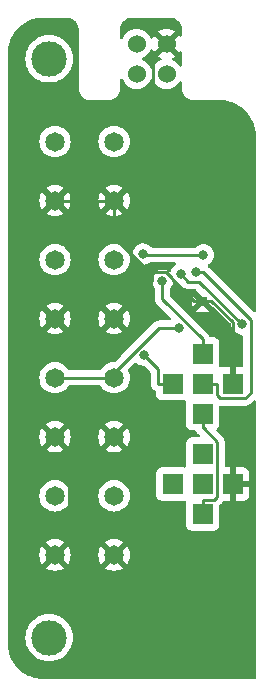
<source format=gbl>
%TF.GenerationSoftware,KiCad,Pcbnew,7.0.9*%
%TF.CreationDate,2024-03-19T13:31:30+09:00*%
%TF.ProjectId,rubis2,72756269-7332-42e6-9b69-6361645f7063,rev?*%
%TF.SameCoordinates,Original*%
%TF.FileFunction,Copper,L2,Bot*%
%TF.FilePolarity,Positive*%
%FSLAX46Y46*%
G04 Gerber Fmt 4.6, Leading zero omitted, Abs format (unit mm)*
G04 Created by KiCad (PCBNEW 7.0.9) date 2024-03-19 13:31:30*
%MOMM*%
%LPD*%
G01*
G04 APERTURE LIST*
%TA.AperFunction,ComponentPad*%
%ADD10C,1.650000*%
%TD*%
%TA.AperFunction,ComponentPad*%
%ADD11R,1.800000X1.800000*%
%TD*%
%TA.AperFunction,ComponentPad*%
%ADD12C,3.000000*%
%TD*%
%TA.AperFunction,ComponentPad*%
%ADD13C,1.524000*%
%TD*%
%TA.AperFunction,ComponentPad*%
%ADD14R,0.800000X0.800000*%
%TD*%
%TA.AperFunction,ViaPad*%
%ADD15C,0.800000*%
%TD*%
%TA.AperFunction,Conductor*%
%ADD16C,0.250000*%
%TD*%
%ADD17C,0.350000*%
%ADD18C,0.300000*%
G04 APERTURE END LIST*
D10*
%TO.P,J1,1_1,1_1*%
%TO.N,Net-(A1-AIN0)*%
X196000000Y-83500000D03*
%TO.P,J1,1_2,1_2*%
X191000000Y-83500000D03*
%TO.P,J1,2_1,2_1*%
%TO.N,GND*%
X196000000Y-88500000D03*
%TO.P,J1,2_2,2_2*%
X191000000Y-88500000D03*
%TO.P,J1,3_1,3_1*%
%TO.N,Net-(A1-AIN1)*%
X196000000Y-93500000D03*
%TO.P,J1,3_2,3_2*%
X191000000Y-93500000D03*
%TO.P,J1,4_1,4_1*%
%TO.N,GND*%
X196000000Y-98500000D03*
%TO.P,J1,4_2,4_2*%
X191000000Y-98500000D03*
%TO.P,J1,5_1,5_1*%
%TO.N,Net-(A1-AIN2)*%
X196000000Y-103500000D03*
%TO.P,J1,5_2,5_2*%
X191000000Y-103500000D03*
%TO.P,J1,6_1,6_1*%
%TO.N,GND*%
X196000000Y-108500000D03*
%TO.P,J1,6_2,6_2*%
X191000000Y-108500000D03*
%TO.P,J1,7_1,7_1*%
%TO.N,Net-(A1-AIN3)*%
X196000000Y-113500000D03*
%TO.P,J1,7_2,7_2*%
X191000000Y-113500000D03*
%TO.P,J1,8_1,8_1*%
%TO.N,GND*%
X196000000Y-118500000D03*
%TO.P,J1,8_2,8_2*%
X191000000Y-118500000D03*
%TD*%
D11*
%TO.P,S2,1,Address*%
%TO.N,Net-(A1-A1)*%
X203500000Y-112500000D03*
%TO.P,S2,2,GND*%
%TO.N,GND*%
X206040000Y-112500000D03*
%TO.P,S2,3,VDD*%
%TO.N,+5V*%
X203500000Y-115040000D03*
%TO.P,S2,4,SDA*%
%TO.N,Net-(A1-SDA)*%
X200960000Y-112500000D03*
%TO.P,S2,5,SCL*%
%TO.N,Net-(A1-SCL)*%
X203500000Y-109960000D03*
%TD*%
D12*
%TO.P,REF1,*%
%TO.N,*%
X190500000Y-76500000D03*
%TD*%
D13*
%TO.P,U1,3,SDA*%
%TO.N,Net-(A1-SDA)*%
X197910000Y-77770000D03*
%TO.P,U1,4,5V*%
%TO.N,+5V*%
X197910000Y-75230000D03*
%TO.P,U1,5,SCL*%
%TO.N,Net-(A1-SCL)*%
X200450000Y-77770000D03*
%TO.P,U1,6,GND*%
%TO.N,GND*%
X200450000Y-75230000D03*
%TD*%
D14*
%TO.P,A1,17,Thermal_pad*%
%TO.N,GND*%
X203500000Y-97000000D03*
%TD*%
D11*
%TO.P,S1,1,Address*%
%TO.N,Net-(A1-A0)*%
X203500000Y-104000000D03*
%TO.P,S1,2,GND*%
%TO.N,GND*%
X206040000Y-104000000D03*
%TO.P,S1,3,VDD*%
%TO.N,+5V*%
X203500000Y-106540000D03*
%TO.P,S1,4,SDA*%
%TO.N,Net-(A1-SDA)*%
X200960000Y-104000000D03*
%TO.P,S1,5,SCL*%
%TO.N,Net-(A1-SCL)*%
X203500000Y-101460000D03*
%TD*%
D12*
%TO.P,REF2,*%
%TO.N,*%
X190500000Y-125500000D03*
%TD*%
D15*
%TO.N,Net-(A1-A1)*%
X206829000Y-98959600D03*
X201650000Y-94738500D03*
%TO.N,Net-(A1-A0)*%
X202946000Y-94588500D03*
%TO.N,Net-(A1-SCL)*%
X200090000Y-95274200D03*
%TO.N,Net-(A1-SDA)*%
X198534000Y-101599000D03*
X198465000Y-93027600D03*
X203568000Y-93107000D03*
%TO.N,Net-(A1-AIN2)*%
X201495000Y-99278300D03*
%TO.N,GND*%
X204000000Y-85198700D03*
%TD*%
D16*
%TO.N,Net-(A1-A1)*%
X203223000Y-95353000D02*
X206829000Y-98959600D01*
X202264000Y-95353000D02*
X203223000Y-95353000D01*
X201650000Y-94738500D02*
X202264000Y-95353000D01*
%TO.N,Net-(A1-A0)*%
X204727000Y-104000000D02*
X203500000Y-104000000D01*
X204727000Y-104997000D02*
X204727000Y-104000000D01*
X204957000Y-105227000D02*
X204727000Y-104997000D01*
X207119000Y-105227000D02*
X204957000Y-105227000D01*
X207556000Y-104790000D02*
X207119000Y-105227000D01*
X207556000Y-98588100D02*
X207556000Y-104790000D01*
X203557000Y-94588500D02*
X207556000Y-98588100D01*
X202946000Y-94588500D02*
X203557000Y-94588500D01*
%TO.N,Net-(A1-SCL)*%
X203500000Y-100233000D02*
X203500000Y-101460000D01*
X200090000Y-96822900D02*
X203500000Y-100233000D01*
X200090000Y-95274200D02*
X200090000Y-96822900D01*
%TO.N,Net-(A1-SDA)*%
X198544000Y-93107000D02*
X203568000Y-93107000D01*
X198465000Y-93027600D02*
X198544000Y-93107000D01*
X199733000Y-102798000D02*
X198534000Y-101599000D01*
X199733000Y-104000000D02*
X199733000Y-102798000D01*
X200960000Y-104000000D02*
X199733000Y-104000000D01*
%TO.N,Net-(A1-AIN2)*%
X191000000Y-103500000D02*
X196000000Y-103500000D01*
X199826000Y-99278300D02*
X201495000Y-99278300D01*
X196000000Y-103105000D02*
X199826000Y-99278300D01*
X196000000Y-103500000D02*
X196000000Y-103105000D01*
%TO.N,+5V*%
X203500000Y-113813000D02*
X203500000Y-115040000D01*
X204497000Y-113813000D02*
X203500000Y-113813000D01*
X204727000Y-113583000D02*
X204497000Y-113813000D01*
X204727000Y-108917000D02*
X204727000Y-113583000D01*
X203577000Y-107767000D02*
X204727000Y-108917000D01*
X203500000Y-107767000D02*
X203577000Y-107767000D01*
X203500000Y-106540000D02*
X203500000Y-107767000D01*
%TO.N,GND*%
X191000000Y-88500000D02*
X196000000Y-88500000D01*
X192172000Y-117328000D02*
X191000000Y-118500000D01*
X196000000Y-91597700D02*
X199176000Y-94774100D01*
X196000000Y-88500000D02*
X196000000Y-91597700D01*
X192172000Y-109672000D02*
X191000000Y-108500000D01*
X192172000Y-117328000D02*
X192172000Y-109672000D01*
X199331000Y-85168800D02*
X196000000Y-88500000D01*
X203970000Y-85168800D02*
X204000000Y-85198700D01*
X199331000Y-85168800D02*
X203970000Y-85168800D01*
X204227000Y-97000000D02*
X203500000Y-97000000D01*
X206040000Y-98813100D02*
X204227000Y-97000000D01*
X206040000Y-104000000D02*
X206040000Y-98813100D01*
X199331000Y-76348800D02*
X199331000Y-85168800D01*
X200450000Y-75230000D02*
X199331000Y-76348800D01*
X194828000Y-117328000D02*
X192172000Y-117328000D01*
X196000000Y-118500000D02*
X194828000Y-117328000D01*
X199176000Y-95323600D02*
X196000000Y-98500000D01*
X199176000Y-94774100D02*
X199176000Y-95323600D01*
X199423000Y-94527200D02*
X199176000Y-94774100D01*
X200374000Y-94527200D02*
X199423000Y-94527200D01*
X200894000Y-95047300D02*
X200374000Y-94527200D01*
X200894000Y-95121300D02*
X200894000Y-95047300D01*
X202773000Y-97000000D02*
X200894000Y-95121300D01*
X203500000Y-97000000D02*
X202773000Y-97000000D01*
%TD*%
%TA.AperFunction,Conductor*%
%TO.N,GND*%
G36*
X192002695Y-73000735D02*
G01*
X192045519Y-73004482D01*
X192171771Y-73016918D01*
X192191685Y-73020541D01*
X192258349Y-73038403D01*
X192351570Y-73066682D01*
X192367971Y-73072958D01*
X192435411Y-73104406D01*
X192438375Y-73105888D01*
X192450596Y-73112420D01*
X192522327Y-73150762D01*
X192528667Y-73154657D01*
X192594828Y-73200983D01*
X192598600Y-73203844D01*
X192670808Y-73263103D01*
X192675309Y-73267182D01*
X192732815Y-73324688D01*
X192736895Y-73329190D01*
X192796154Y-73401398D01*
X192799015Y-73405170D01*
X192845341Y-73471331D01*
X192849236Y-73477671D01*
X192894101Y-73561605D01*
X192895614Y-73564631D01*
X192927040Y-73632027D01*
X192933319Y-73648435D01*
X192961601Y-73741669D01*
X192979454Y-73808299D01*
X192983082Y-73828238D01*
X192995523Y-73954554D01*
X192999264Y-73997302D01*
X192999500Y-74002710D01*
X192999500Y-79087534D01*
X193029898Y-79259937D01*
X193089775Y-79424446D01*
X193177309Y-79576057D01*
X193289836Y-79710163D01*
X193423942Y-79822690D01*
X193423943Y-79822691D01*
X193423945Y-79822692D01*
X193575555Y-79910225D01*
X193740062Y-79970101D01*
X193912468Y-80000500D01*
X193912472Y-80000500D01*
X195587528Y-80000500D01*
X195587532Y-80000500D01*
X195759938Y-79970101D01*
X195924445Y-79910225D01*
X196076055Y-79822692D01*
X196210163Y-79710163D01*
X196322692Y-79576055D01*
X196410225Y-79424445D01*
X196470101Y-79259938D01*
X196500500Y-79087532D01*
X196500500Y-79000000D01*
X196500500Y-78999500D01*
X196500500Y-78293975D01*
X196520185Y-78226936D01*
X196572989Y-78181181D01*
X196642147Y-78171237D01*
X196705703Y-78200262D01*
X196736882Y-78241571D01*
X196812464Y-78403658D01*
X196812468Y-78403666D01*
X196939170Y-78584615D01*
X196939175Y-78584621D01*
X197095378Y-78740824D01*
X197095384Y-78740829D01*
X197276333Y-78867531D01*
X197276335Y-78867532D01*
X197276338Y-78867534D01*
X197476550Y-78960894D01*
X197689932Y-79018070D01*
X197847123Y-79031822D01*
X197909998Y-79037323D01*
X197910000Y-79037323D01*
X197910002Y-79037323D01*
X197965017Y-79032509D01*
X198130068Y-79018070D01*
X198343450Y-78960894D01*
X198543662Y-78867534D01*
X198724620Y-78740826D01*
X198880826Y-78584620D01*
X199007534Y-78403662D01*
X199067618Y-78274811D01*
X199113790Y-78222371D01*
X199180983Y-78203219D01*
X199247865Y-78223435D01*
X199292382Y-78274811D01*
X199352464Y-78403658D01*
X199352468Y-78403666D01*
X199479170Y-78584615D01*
X199479175Y-78584621D01*
X199635378Y-78740824D01*
X199635384Y-78740829D01*
X199816333Y-78867531D01*
X199816335Y-78867532D01*
X199816338Y-78867534D01*
X200016550Y-78960894D01*
X200229932Y-79018070D01*
X200387123Y-79031822D01*
X200449998Y-79037323D01*
X200450000Y-79037323D01*
X200450002Y-79037323D01*
X200505017Y-79032509D01*
X200670068Y-79018070D01*
X200883450Y-78960894D01*
X201083662Y-78867534D01*
X201264620Y-78740826D01*
X201420826Y-78584620D01*
X201523925Y-78437378D01*
X201578502Y-78393754D01*
X201648000Y-78386560D01*
X201710355Y-78418083D01*
X201745769Y-78478312D01*
X201749500Y-78508502D01*
X201749500Y-79087534D01*
X201779898Y-79259937D01*
X201839775Y-79424446D01*
X201927309Y-79576057D01*
X202039836Y-79710163D01*
X202173942Y-79822690D01*
X202173943Y-79822691D01*
X202173945Y-79822692D01*
X202325555Y-79910225D01*
X202490062Y-79970101D01*
X202662468Y-80000500D01*
X202749901Y-80000500D01*
X204826373Y-80000500D01*
X204832204Y-80002212D01*
X204873407Y-80000565D01*
X204876635Y-80000520D01*
X204914329Y-80000975D01*
X205005110Y-80002074D01*
X205201462Y-80005206D01*
X205207813Y-80005636D01*
X205362628Y-80024241D01*
X205533201Y-80046737D01*
X205538996Y-80047786D01*
X205695786Y-80084018D01*
X205858204Y-80124849D01*
X205863418Y-80126408D01*
X206017476Y-80179968D01*
X206172545Y-80238597D01*
X206177070Y-80240519D01*
X206325634Y-80310840D01*
X206472243Y-80386542D01*
X206476123Y-80388728D01*
X206616964Y-80474998D01*
X206753634Y-80566867D01*
X206756902Y-80569222D01*
X206886818Y-80669444D01*
X206889220Y-80671395D01*
X207013261Y-80777364D01*
X207015908Y-80779760D01*
X207134398Y-80893416D01*
X207136891Y-80895949D01*
X207180369Y-80942748D01*
X207247925Y-81015464D01*
X207249974Y-81017783D01*
X207355528Y-81143425D01*
X207358028Y-81146607D01*
X207455509Y-81279337D01*
X207547535Y-81416416D01*
X207549917Y-81420261D01*
X207631653Y-81563586D01*
X207708062Y-81709029D01*
X207710207Y-81713544D01*
X207775228Y-81866006D01*
X207835151Y-82017689D01*
X207836936Y-82022865D01*
X207884488Y-82183425D01*
X207927207Y-82338543D01*
X207928511Y-82344350D01*
X207958088Y-82513844D01*
X207983111Y-82667689D01*
X207983812Y-82674079D01*
X207995115Y-82870129D01*
X208002013Y-82998336D01*
X208002102Y-83001671D01*
X208001262Y-97849384D01*
X207981574Y-97916422D01*
X207928767Y-97962174D01*
X207859608Y-97972114D01*
X207796054Y-97943085D01*
X207789574Y-97937052D01*
X207383753Y-97531170D01*
X204057807Y-94204726D01*
X204047976Y-94192452D01*
X204047758Y-94192633D01*
X204042784Y-94186620D01*
X203992378Y-94139287D01*
X203971509Y-94118414D01*
X203971508Y-94118413D01*
X203971506Y-94118411D01*
X203966000Y-94114139D01*
X203961552Y-94110339D01*
X203958279Y-94107265D01*
X203922896Y-94047017D01*
X203925702Y-93977204D01*
X203965807Y-93919990D01*
X203992738Y-93903613D01*
X204020730Y-93891151D01*
X204173871Y-93779888D01*
X204300533Y-93639216D01*
X204395179Y-93475284D01*
X204453674Y-93295256D01*
X204473460Y-93107000D01*
X204453674Y-92918744D01*
X204395179Y-92738716D01*
X204300533Y-92574784D01*
X204173871Y-92434112D01*
X204173870Y-92434111D01*
X204020734Y-92322851D01*
X204020729Y-92322848D01*
X203847807Y-92245857D01*
X203847802Y-92245855D01*
X203702001Y-92214865D01*
X203662646Y-92206500D01*
X203473354Y-92206500D01*
X203440897Y-92213398D01*
X203288197Y-92245855D01*
X203288192Y-92245857D01*
X203115270Y-92322848D01*
X203115265Y-92322851D01*
X202962130Y-92434110D01*
X202962126Y-92434114D01*
X202956400Y-92440474D01*
X202896913Y-92477121D01*
X202864252Y-92481500D01*
X199240240Y-92481500D01*
X199173201Y-92461815D01*
X199148090Y-92440472D01*
X199142363Y-92434112D01*
X199070871Y-92354712D01*
X199070870Y-92354711D01*
X199070864Y-92354706D01*
X198917734Y-92243451D01*
X198917729Y-92243448D01*
X198744807Y-92166457D01*
X198744802Y-92166455D01*
X198599001Y-92135465D01*
X198559646Y-92127100D01*
X198370354Y-92127100D01*
X198337897Y-92133998D01*
X198185197Y-92166455D01*
X198185192Y-92166457D01*
X198012270Y-92243448D01*
X198012265Y-92243451D01*
X197859129Y-92354711D01*
X197732466Y-92495385D01*
X197637821Y-92659315D01*
X197637818Y-92659322D01*
X197579327Y-92839340D01*
X197579326Y-92839344D01*
X197559540Y-93027600D01*
X197579326Y-93215856D01*
X197579327Y-93215859D01*
X197637818Y-93395877D01*
X197637821Y-93395884D01*
X197732467Y-93559816D01*
X197859129Y-93700488D01*
X198012265Y-93811748D01*
X198012270Y-93811751D01*
X198185192Y-93888742D01*
X198185197Y-93888744D01*
X198370354Y-93928100D01*
X198370355Y-93928100D01*
X198559644Y-93928100D01*
X198559646Y-93928100D01*
X198744803Y-93888744D01*
X198917730Y-93811751D01*
X198961586Y-93779888D01*
X198994215Y-93756182D01*
X199060021Y-93732702D01*
X199067100Y-93732500D01*
X201120986Y-93732500D01*
X201188025Y-93752185D01*
X201233780Y-93804989D01*
X201243724Y-93874147D01*
X201214699Y-93937703D01*
X201193871Y-93956818D01*
X201044129Y-94065611D01*
X200917466Y-94206285D01*
X200822821Y-94370215D01*
X200822819Y-94370219D01*
X200790568Y-94469478D01*
X200751130Y-94527153D01*
X200686771Y-94554351D01*
X200617925Y-94542436D01*
X200599752Y-94531477D01*
X200542734Y-94490051D01*
X200542729Y-94490048D01*
X200369807Y-94413057D01*
X200369802Y-94413055D01*
X200224001Y-94382065D01*
X200184646Y-94373700D01*
X199995354Y-94373700D01*
X199962897Y-94380598D01*
X199810197Y-94413055D01*
X199810192Y-94413057D01*
X199637270Y-94490048D01*
X199637265Y-94490051D01*
X199484129Y-94601311D01*
X199357466Y-94741985D01*
X199262821Y-94905915D01*
X199262818Y-94905922D01*
X199204327Y-95085940D01*
X199204326Y-95085944D01*
X199184540Y-95274200D01*
X199204326Y-95462456D01*
X199204327Y-95462459D01*
X199262818Y-95642477D01*
X199262821Y-95642484D01*
X199357467Y-95806416D01*
X199400772Y-95854510D01*
X199432650Y-95889915D01*
X199462880Y-95952906D01*
X199464500Y-95972887D01*
X199464500Y-96740152D01*
X199462776Y-96755768D01*
X199463062Y-96755796D01*
X199462327Y-96763558D01*
X199464500Y-96832715D01*
X199464500Y-96862243D01*
X199464501Y-96862260D01*
X199465367Y-96869123D01*
X199465825Y-96874943D01*
X199467288Y-96921517D01*
X199472879Y-96940761D01*
X199476822Y-96959805D01*
X199479334Y-96979685D01*
X199479335Y-96979691D01*
X199496491Y-97023024D01*
X199498383Y-97028551D01*
X199511379Y-97073283D01*
X199521582Y-97090538D01*
X199530135Y-97107997D01*
X199537514Y-97126632D01*
X199537516Y-97126635D01*
X199564901Y-97164328D01*
X199568109Y-97169212D01*
X199591825Y-97209315D01*
X199605990Y-97223480D01*
X199618626Y-97238275D01*
X199630402Y-97254484D01*
X199630405Y-97254487D01*
X199666296Y-97284177D01*
X199670620Y-97288112D01*
X200373279Y-97990791D01*
X200769523Y-98387047D01*
X200823595Y-98441120D01*
X200857079Y-98502444D01*
X200852093Y-98572135D01*
X200810221Y-98628068D01*
X200744756Y-98652484D01*
X200735912Y-98652800D01*
X199908706Y-98652800D01*
X199893067Y-98651074D01*
X199893041Y-98651356D01*
X199885268Y-98650621D01*
X199816164Y-98652800D01*
X199786649Y-98652800D01*
X199782703Y-98653298D01*
X199779727Y-98653674D01*
X199773927Y-98654130D01*
X199751699Y-98654831D01*
X199727322Y-98655599D01*
X199727310Y-98655601D01*
X199708107Y-98661181D01*
X199689056Y-98665127D01*
X199669218Y-98667634D01*
X199669203Y-98667637D01*
X199625850Y-98684802D01*
X199620329Y-98686692D01*
X199575554Y-98699706D01*
X199558337Y-98709889D01*
X199540868Y-98718448D01*
X199522267Y-98725814D01*
X199484540Y-98753223D01*
X199479662Y-98756428D01*
X199439535Y-98780164D01*
X199425391Y-98794310D01*
X199410596Y-98806947D01*
X199394413Y-98818705D01*
X199394409Y-98818709D01*
X199364688Y-98854634D01*
X199360760Y-98858952D01*
X198313268Y-99906636D01*
X196602334Y-101617884D01*
X196087202Y-102133110D01*
X196025882Y-102166601D01*
X196005379Y-102168806D01*
X196005393Y-102168965D01*
X195768955Y-102189650D01*
X195768948Y-102189651D01*
X195544917Y-102249681D01*
X195334718Y-102347699D01*
X195334714Y-102347701D01*
X195144735Y-102480726D01*
X195144729Y-102480731D01*
X194980731Y-102644729D01*
X194980726Y-102644735D01*
X194856869Y-102821623D01*
X194802292Y-102865248D01*
X194755294Y-102874500D01*
X192244706Y-102874500D01*
X192177667Y-102854815D01*
X192143131Y-102821623D01*
X192019273Y-102644735D01*
X192019268Y-102644729D01*
X191855269Y-102480730D01*
X191751226Y-102407878D01*
X191665282Y-102347699D01*
X191455079Y-102249680D01*
X191455076Y-102249679D01*
X191455074Y-102249678D01*
X191231051Y-102189651D01*
X191231044Y-102189650D01*
X191000002Y-102169437D01*
X190999998Y-102169437D01*
X190768955Y-102189650D01*
X190768948Y-102189651D01*
X190544917Y-102249681D01*
X190334718Y-102347699D01*
X190334714Y-102347701D01*
X190144735Y-102480726D01*
X190144729Y-102480731D01*
X189980731Y-102644729D01*
X189980726Y-102644735D01*
X189847701Y-102834714D01*
X189847699Y-102834718D01*
X189749681Y-103044917D01*
X189689651Y-103268948D01*
X189689650Y-103268955D01*
X189669437Y-103499998D01*
X189669437Y-103500001D01*
X189689650Y-103731044D01*
X189689651Y-103731051D01*
X189749678Y-103955074D01*
X189749679Y-103955076D01*
X189749680Y-103955079D01*
X189847699Y-104165282D01*
X189980730Y-104355269D01*
X190144731Y-104519270D01*
X190334718Y-104652301D01*
X190544921Y-104750320D01*
X190768950Y-104810349D01*
X190933985Y-104824787D01*
X190999998Y-104830563D01*
X191000000Y-104830563D01*
X191000002Y-104830563D01*
X191057762Y-104825509D01*
X191231050Y-104810349D01*
X191455079Y-104750320D01*
X191665282Y-104652301D01*
X191855269Y-104519270D01*
X192019270Y-104355269D01*
X192143132Y-104178375D01*
X192197709Y-104134751D01*
X192244707Y-104125500D01*
X194755293Y-104125500D01*
X194822332Y-104145185D01*
X194856866Y-104178374D01*
X194980730Y-104355269D01*
X195144731Y-104519270D01*
X195334718Y-104652301D01*
X195544921Y-104750320D01*
X195768950Y-104810349D01*
X195933985Y-104824787D01*
X195999998Y-104830563D01*
X196000000Y-104830563D01*
X196000002Y-104830563D01*
X196057762Y-104825509D01*
X196231050Y-104810349D01*
X196455079Y-104750320D01*
X196665282Y-104652301D01*
X196855269Y-104519270D01*
X197019270Y-104355269D01*
X197152301Y-104165282D01*
X197250320Y-103955079D01*
X197310349Y-103731050D01*
X197330563Y-103500000D01*
X197310349Y-103268950D01*
X197250320Y-103044921D01*
X197189766Y-102915064D01*
X197179275Y-102845989D01*
X197207795Y-102782205D01*
X197214451Y-102774997D01*
X197735914Y-102253438D01*
X197797232Y-102219949D01*
X197866924Y-102224927D01*
X197915750Y-102258140D01*
X197928128Y-102271887D01*
X197928129Y-102271888D01*
X198081265Y-102383148D01*
X198081270Y-102383151D01*
X198254192Y-102460142D01*
X198254197Y-102460144D01*
X198439354Y-102499500D01*
X198498548Y-102499500D01*
X198565587Y-102519185D01*
X198586229Y-102535819D01*
X199071181Y-103020771D01*
X199104666Y-103082094D01*
X199107500Y-103108452D01*
X199107500Y-103929152D01*
X199105305Y-103952379D01*
X199103773Y-103960412D01*
X199107378Y-104017724D01*
X199107500Y-104021595D01*
X199107500Y-104039356D01*
X199109725Y-104056968D01*
X199110091Y-104060843D01*
X199113696Y-104118138D01*
X199116222Y-104125914D01*
X199121309Y-104148672D01*
X199122334Y-104156784D01*
X199122336Y-104156792D01*
X199143469Y-104210170D01*
X199144788Y-104213833D01*
X199162532Y-104268440D01*
X199166907Y-104275333D01*
X199177503Y-104296129D01*
X199180511Y-104303726D01*
X199180513Y-104303731D01*
X199214265Y-104350187D01*
X199216455Y-104353409D01*
X199247213Y-104401876D01*
X199253164Y-104407464D01*
X199268604Y-104424978D01*
X199273403Y-104431585D01*
X199317647Y-104468187D01*
X199320567Y-104470761D01*
X199362418Y-104510062D01*
X199369578Y-104513998D01*
X199388879Y-104527114D01*
X199395177Y-104532324D01*
X199395178Y-104532324D01*
X199395179Y-104532325D01*
X199447125Y-104556769D01*
X199450579Y-104558528D01*
X199475688Y-104572332D01*
X199495239Y-104583081D01*
X199544502Y-104632628D01*
X199559500Y-104691742D01*
X199559500Y-104947869D01*
X199559501Y-104947876D01*
X199565908Y-105007483D01*
X199616202Y-105142328D01*
X199616206Y-105142335D01*
X199702452Y-105257544D01*
X199702455Y-105257547D01*
X199817664Y-105343793D01*
X199817671Y-105343797D01*
X199952517Y-105394091D01*
X199952516Y-105394091D01*
X199959444Y-105394835D01*
X200012127Y-105400500D01*
X201907872Y-105400499D01*
X201967483Y-105394091D01*
X201967484Y-105394090D01*
X201969592Y-105393864D01*
X202038352Y-105406271D01*
X202089488Y-105453881D01*
X202106767Y-105521581D01*
X202106136Y-105530408D01*
X202105909Y-105532516D01*
X202105909Y-105532517D01*
X202099500Y-105592127D01*
X202099500Y-105592131D01*
X202099500Y-105592132D01*
X202099500Y-107487870D01*
X202099501Y-107487876D01*
X202105908Y-107547483D01*
X202156202Y-107682328D01*
X202156206Y-107682335D01*
X202242452Y-107797544D01*
X202242455Y-107797547D01*
X202357664Y-107883793D01*
X202357671Y-107883797D01*
X202402618Y-107900561D01*
X202492517Y-107934091D01*
X202552127Y-107940500D01*
X202808593Y-107940499D01*
X202875632Y-107960183D01*
X202921387Y-108012987D01*
X202926523Y-108026179D01*
X202929532Y-108035439D01*
X202933907Y-108042333D01*
X202944503Y-108063129D01*
X202947511Y-108070726D01*
X202947513Y-108070731D01*
X202981265Y-108117187D01*
X202983455Y-108120409D01*
X203014213Y-108168876D01*
X203020164Y-108174464D01*
X203035604Y-108191978D01*
X203040403Y-108198585D01*
X203084647Y-108235187D01*
X203087567Y-108237761D01*
X203129418Y-108277062D01*
X203136578Y-108280998D01*
X203155879Y-108294114D01*
X203162177Y-108299324D01*
X203162178Y-108299324D01*
X203162180Y-108299326D01*
X203214120Y-108323767D01*
X203217579Y-108325529D01*
X203219937Y-108326825D01*
X203269212Y-108376360D01*
X203283884Y-108444672D01*
X203259295Y-108510072D01*
X203203251Y-108551796D01*
X203160224Y-108559500D01*
X202552129Y-108559500D01*
X202552123Y-108559501D01*
X202492516Y-108565908D01*
X202357671Y-108616202D01*
X202357664Y-108616206D01*
X202242455Y-108702452D01*
X202242452Y-108702455D01*
X202156206Y-108817664D01*
X202156202Y-108817671D01*
X202105908Y-108952517D01*
X202099501Y-109012116D01*
X202099500Y-109012135D01*
X202099500Y-110907870D01*
X202099501Y-110907878D01*
X202106135Y-110969594D01*
X202093728Y-111038353D01*
X202046116Y-111089489D01*
X201978416Y-111106767D01*
X201969590Y-111106136D01*
X201967484Y-111105909D01*
X201967483Y-111105909D01*
X201907873Y-111099500D01*
X201907864Y-111099500D01*
X200012129Y-111099500D01*
X200012123Y-111099501D01*
X199952516Y-111105908D01*
X199817671Y-111156202D01*
X199817664Y-111156206D01*
X199702455Y-111242452D01*
X199702452Y-111242455D01*
X199616206Y-111357664D01*
X199616202Y-111357671D01*
X199565908Y-111492517D01*
X199559501Y-111552116D01*
X199559500Y-111552135D01*
X199559500Y-113447870D01*
X199559501Y-113447876D01*
X199565908Y-113507483D01*
X199616202Y-113642328D01*
X199616206Y-113642335D01*
X199702452Y-113757544D01*
X199702455Y-113757547D01*
X199817664Y-113843793D01*
X199817671Y-113843797D01*
X199952517Y-113894091D01*
X199952516Y-113894091D01*
X199959444Y-113894835D01*
X200012127Y-113900500D01*
X201907872Y-113900499D01*
X201967483Y-113894091D01*
X201967484Y-113894090D01*
X201969592Y-113893864D01*
X202038352Y-113906271D01*
X202089488Y-113953881D01*
X202106767Y-114021581D01*
X202106136Y-114030408D01*
X202105909Y-114032516D01*
X202105909Y-114032517D01*
X202099500Y-114092127D01*
X202099500Y-114092131D01*
X202099500Y-114092132D01*
X202099500Y-115987870D01*
X202099501Y-115987876D01*
X202105908Y-116047483D01*
X202156202Y-116182328D01*
X202156206Y-116182335D01*
X202242452Y-116297544D01*
X202242455Y-116297547D01*
X202357664Y-116383793D01*
X202357671Y-116383797D01*
X202492517Y-116434091D01*
X202492516Y-116434091D01*
X202499444Y-116434835D01*
X202552127Y-116440500D01*
X204447872Y-116440499D01*
X204507483Y-116434091D01*
X204642331Y-116383796D01*
X204757546Y-116297546D01*
X204843796Y-116182331D01*
X204894091Y-116047483D01*
X204900500Y-115987873D01*
X204900499Y-114351188D01*
X204920184Y-114284150D01*
X204928953Y-114272151D01*
X204958293Y-114236683D01*
X204962218Y-114232371D01*
X205029308Y-114165281D01*
X205110791Y-114083798D01*
X205123050Y-114073979D01*
X205122867Y-114073758D01*
X205128876Y-114068787D01*
X205176227Y-114018363D01*
X205197115Y-113997476D01*
X205197115Y-113997475D01*
X205197120Y-113997471D01*
X205201379Y-113991978D01*
X205205152Y-113987561D01*
X205237062Y-113953582D01*
X205237065Y-113953576D01*
X205238853Y-113951117D01*
X205240754Y-113949650D01*
X205242406Y-113947892D01*
X205242689Y-113948158D01*
X205294182Y-113908450D01*
X205339173Y-113900000D01*
X205790000Y-113900000D01*
X205790000Y-112935501D01*
X205897685Y-112984680D01*
X206004237Y-113000000D01*
X206075763Y-113000000D01*
X206182315Y-112984680D01*
X206290000Y-112935501D01*
X206290000Y-113900000D01*
X206987828Y-113900000D01*
X206987844Y-113899999D01*
X207047372Y-113893598D01*
X207047379Y-113893596D01*
X207182086Y-113843354D01*
X207182093Y-113843350D01*
X207297187Y-113757190D01*
X207297190Y-113757187D01*
X207383350Y-113642093D01*
X207383354Y-113642086D01*
X207433596Y-113507379D01*
X207433598Y-113507372D01*
X207439999Y-113447844D01*
X207440000Y-113447827D01*
X207440000Y-112750000D01*
X206473686Y-112750000D01*
X206499493Y-112709844D01*
X206540000Y-112571889D01*
X206540000Y-112428111D01*
X206499493Y-112290156D01*
X206473686Y-112250000D01*
X207440000Y-112250000D01*
X207440000Y-111552172D01*
X207439999Y-111552155D01*
X207433598Y-111492627D01*
X207433596Y-111492620D01*
X207383354Y-111357913D01*
X207383350Y-111357906D01*
X207297190Y-111242812D01*
X207297187Y-111242809D01*
X207182093Y-111156649D01*
X207182086Y-111156645D01*
X207047379Y-111106403D01*
X207047372Y-111106401D01*
X206987844Y-111100000D01*
X206290000Y-111100000D01*
X206290000Y-112064498D01*
X206182315Y-112015320D01*
X206075763Y-112000000D01*
X206004237Y-112000000D01*
X205897685Y-112015320D01*
X205790000Y-112064498D01*
X205790000Y-111100000D01*
X205476500Y-111100000D01*
X205409461Y-111080315D01*
X205363706Y-111027511D01*
X205352500Y-110976000D01*
X205352500Y-108999742D01*
X205354224Y-108984122D01*
X205353939Y-108984095D01*
X205354673Y-108976333D01*
X205352500Y-108907172D01*
X205352500Y-108877656D01*
X205352500Y-108877650D01*
X205351631Y-108870779D01*
X205351173Y-108864952D01*
X205350815Y-108853553D01*
X205349710Y-108818373D01*
X205344119Y-108799130D01*
X205340173Y-108780078D01*
X205337664Y-108760208D01*
X205320504Y-108716867D01*
X205318624Y-108711379D01*
X205305618Y-108666610D01*
X205295422Y-108649370D01*
X205286861Y-108631894D01*
X205279487Y-108613270D01*
X205279257Y-108612953D01*
X205252079Y-108575545D01*
X205248888Y-108570686D01*
X205246062Y-108565908D01*
X205225170Y-108530580D01*
X205225168Y-108530578D01*
X205225165Y-108530574D01*
X205211006Y-108516415D01*
X205198368Y-108501619D01*
X205186594Y-108485413D01*
X205150688Y-108455709D01*
X205146376Y-108451786D01*
X204706949Y-108012358D01*
X204673465Y-107951037D01*
X204678449Y-107881345D01*
X204720319Y-107825413D01*
X204757546Y-107797546D01*
X204843796Y-107682331D01*
X204894091Y-107547483D01*
X204900500Y-107487873D01*
X204900499Y-105976499D01*
X204920184Y-105909461D01*
X204972987Y-105863706D01*
X205024499Y-105852500D01*
X207036257Y-105852500D01*
X207051877Y-105854224D01*
X207051904Y-105853939D01*
X207059660Y-105854671D01*
X207059667Y-105854673D01*
X207128814Y-105852500D01*
X207158350Y-105852500D01*
X207165228Y-105851630D01*
X207171041Y-105851172D01*
X207217627Y-105849709D01*
X207236869Y-105844117D01*
X207255912Y-105840174D01*
X207275792Y-105837664D01*
X207319122Y-105820507D01*
X207324646Y-105818617D01*
X207328396Y-105817527D01*
X207369390Y-105805618D01*
X207386629Y-105795422D01*
X207404103Y-105786862D01*
X207422727Y-105779488D01*
X207422727Y-105779487D01*
X207422732Y-105779486D01*
X207460449Y-105752082D01*
X207465305Y-105748892D01*
X207505420Y-105725170D01*
X207519589Y-105710999D01*
X207534379Y-105698368D01*
X207550587Y-105686594D01*
X207580299Y-105650676D01*
X207584212Y-105646376D01*
X207789149Y-105441439D01*
X207850470Y-105407956D01*
X207920162Y-105412940D01*
X207976095Y-105454812D01*
X208000512Y-105520276D01*
X208000828Y-105529129D01*
X207999507Y-128875507D01*
X207979819Y-128942545D01*
X207927012Y-128988297D01*
X207875507Y-128999500D01*
X190001624Y-128999500D01*
X189998378Y-128999415D01*
X189866617Y-128992509D01*
X189682985Y-128982196D01*
X189676758Y-128981530D01*
X189524369Y-128957394D01*
X189361835Y-128929778D01*
X189356171Y-128928541D01*
X189203297Y-128887579D01*
X189048273Y-128842916D01*
X189043217Y-128841221D01*
X188893829Y-128783877D01*
X188745997Y-128722643D01*
X188741575Y-128720604D01*
X188598078Y-128647488D01*
X188458531Y-128570364D01*
X188454767Y-128568106D01*
X188401875Y-128533758D01*
X188319127Y-128480019D01*
X188189243Y-128387862D01*
X188186102Y-128385480D01*
X188061260Y-128284385D01*
X188058964Y-128282431D01*
X187941277Y-128177260D01*
X187938750Y-128174870D01*
X187825128Y-128061248D01*
X187822738Y-128058721D01*
X187717567Y-127941034D01*
X187715613Y-127938738D01*
X187676848Y-127890867D01*
X187614510Y-127813886D01*
X187612136Y-127810755D01*
X187519980Y-127680872D01*
X187487406Y-127630715D01*
X187431882Y-127545215D01*
X187429641Y-127541480D01*
X187364918Y-127424371D01*
X187352511Y-127401921D01*
X187312899Y-127324180D01*
X187279388Y-127258412D01*
X187277355Y-127254000D01*
X187216122Y-127106170D01*
X187158769Y-126956759D01*
X187157082Y-126951724D01*
X187139046Y-126889122D01*
X187112414Y-126796679D01*
X187107316Y-126777652D01*
X187071453Y-126643811D01*
X187070226Y-126638194D01*
X187042601Y-126475606D01*
X187018465Y-126323212D01*
X187017803Y-126317027D01*
X187007503Y-126133628D01*
X187000584Y-126001620D01*
X187000500Y-125998377D01*
X187000500Y-125500001D01*
X188494390Y-125500001D01*
X188514804Y-125785433D01*
X188575628Y-126065037D01*
X188575630Y-126065043D01*
X188575631Y-126065046D01*
X188668312Y-126313533D01*
X188675635Y-126333166D01*
X188812770Y-126584309D01*
X188812775Y-126584317D01*
X188984254Y-126813387D01*
X188984270Y-126813405D01*
X189186594Y-127015729D01*
X189186612Y-127015745D01*
X189415682Y-127187224D01*
X189415690Y-127187229D01*
X189666833Y-127324364D01*
X189666832Y-127324364D01*
X189666836Y-127324365D01*
X189666839Y-127324367D01*
X189934954Y-127424369D01*
X189934960Y-127424370D01*
X189934962Y-127424371D01*
X190214566Y-127485195D01*
X190214568Y-127485195D01*
X190214572Y-127485196D01*
X190468220Y-127503337D01*
X190499999Y-127505610D01*
X190500000Y-127505610D01*
X190500001Y-127505610D01*
X190528595Y-127503564D01*
X190785428Y-127485196D01*
X191065046Y-127424369D01*
X191333161Y-127324367D01*
X191584315Y-127187226D01*
X191813395Y-127015739D01*
X192015739Y-126813395D01*
X192187226Y-126584315D01*
X192324367Y-126333161D01*
X192424369Y-126065046D01*
X192485196Y-125785428D01*
X192505610Y-125500000D01*
X192485196Y-125214572D01*
X192424369Y-124934954D01*
X192324367Y-124666839D01*
X192187226Y-124415685D01*
X192187224Y-124415682D01*
X192015745Y-124186612D01*
X192015729Y-124186594D01*
X191813405Y-123984270D01*
X191813387Y-123984254D01*
X191584317Y-123812775D01*
X191584309Y-123812770D01*
X191333166Y-123675635D01*
X191333167Y-123675635D01*
X191225915Y-123635632D01*
X191065046Y-123575631D01*
X191065043Y-123575630D01*
X191065037Y-123575628D01*
X190785433Y-123514804D01*
X190500001Y-123494390D01*
X190499999Y-123494390D01*
X190214566Y-123514804D01*
X189934962Y-123575628D01*
X189666833Y-123675635D01*
X189415690Y-123812770D01*
X189415682Y-123812775D01*
X189186612Y-123984254D01*
X189186594Y-123984270D01*
X188984270Y-124186594D01*
X188984254Y-124186612D01*
X188812775Y-124415682D01*
X188812770Y-124415690D01*
X188675635Y-124666833D01*
X188575628Y-124934962D01*
X188514804Y-125214566D01*
X188494390Y-125499998D01*
X188494390Y-125500001D01*
X187000500Y-125500001D01*
X187000500Y-118500000D01*
X189669939Y-118500000D01*
X189690145Y-118730958D01*
X189690147Y-118730968D01*
X189750148Y-118954900D01*
X189750152Y-118954909D01*
X189848132Y-119165029D01*
X189848133Y-119165031D01*
X189903023Y-119243422D01*
X189903024Y-119243423D01*
X190474070Y-118672376D01*
X190476884Y-118685915D01*
X190546442Y-118820156D01*
X190649638Y-118930652D01*
X190778819Y-119009209D01*
X190830002Y-119023549D01*
X190256575Y-119596975D01*
X190334973Y-119651868D01*
X190545090Y-119749847D01*
X190545099Y-119749851D01*
X190769031Y-119809852D01*
X190769041Y-119809854D01*
X190999999Y-119830061D01*
X191000001Y-119830061D01*
X191230958Y-119809854D01*
X191230968Y-119809852D01*
X191454900Y-119749851D01*
X191454909Y-119749847D01*
X191665030Y-119651867D01*
X191743423Y-119596975D01*
X191171568Y-119025121D01*
X191288458Y-118974349D01*
X191405739Y-118878934D01*
X191492928Y-118755415D01*
X191523354Y-118669802D01*
X192096975Y-119243423D01*
X192151867Y-119165030D01*
X192249847Y-118954909D01*
X192249851Y-118954900D01*
X192309852Y-118730968D01*
X192309854Y-118730958D01*
X192330061Y-118500000D01*
X194669939Y-118500000D01*
X194690145Y-118730958D01*
X194690147Y-118730968D01*
X194750148Y-118954900D01*
X194750152Y-118954909D01*
X194848132Y-119165029D01*
X194848133Y-119165031D01*
X194903023Y-119243422D01*
X194903024Y-119243423D01*
X195474070Y-118672376D01*
X195476884Y-118685915D01*
X195546442Y-118820156D01*
X195649638Y-118930652D01*
X195778819Y-119009209D01*
X195830002Y-119023549D01*
X195256575Y-119596975D01*
X195334973Y-119651868D01*
X195545090Y-119749847D01*
X195545099Y-119749851D01*
X195769031Y-119809852D01*
X195769041Y-119809854D01*
X195999999Y-119830061D01*
X196000001Y-119830061D01*
X196230958Y-119809854D01*
X196230968Y-119809852D01*
X196454900Y-119749851D01*
X196454909Y-119749847D01*
X196665030Y-119651867D01*
X196743423Y-119596975D01*
X196171568Y-119025121D01*
X196288458Y-118974349D01*
X196405739Y-118878934D01*
X196492928Y-118755415D01*
X196523354Y-118669802D01*
X197096975Y-119243423D01*
X197151867Y-119165030D01*
X197249847Y-118954909D01*
X197249851Y-118954900D01*
X197309852Y-118730968D01*
X197309854Y-118730958D01*
X197330061Y-118500000D01*
X197330061Y-118499999D01*
X197309854Y-118269041D01*
X197309852Y-118269031D01*
X197249851Y-118045099D01*
X197249847Y-118045090D01*
X197151868Y-117834972D01*
X197096974Y-117756576D01*
X196525929Y-118327622D01*
X196523116Y-118314085D01*
X196453558Y-118179844D01*
X196350362Y-118069348D01*
X196221181Y-117990791D01*
X196169997Y-117976450D01*
X196743423Y-117403024D01*
X196743422Y-117403023D01*
X196665031Y-117348133D01*
X196665029Y-117348132D01*
X196454909Y-117250152D01*
X196454900Y-117250148D01*
X196230968Y-117190147D01*
X196230958Y-117190145D01*
X196000001Y-117169939D01*
X195999999Y-117169939D01*
X195769041Y-117190145D01*
X195769031Y-117190147D01*
X195545099Y-117250148D01*
X195545090Y-117250152D01*
X195334971Y-117348132D01*
X195334969Y-117348133D01*
X195256577Y-117403024D01*
X195256576Y-117403024D01*
X195828431Y-117974878D01*
X195711542Y-118025651D01*
X195594261Y-118121066D01*
X195507072Y-118244585D01*
X195476645Y-118330197D01*
X194903024Y-117756576D01*
X194903024Y-117756577D01*
X194848133Y-117834969D01*
X194848132Y-117834971D01*
X194750152Y-118045090D01*
X194750148Y-118045099D01*
X194690147Y-118269031D01*
X194690145Y-118269041D01*
X194669939Y-118499999D01*
X194669939Y-118500000D01*
X192330061Y-118500000D01*
X192330061Y-118499999D01*
X192309854Y-118269041D01*
X192309852Y-118269031D01*
X192249851Y-118045099D01*
X192249847Y-118045090D01*
X192151868Y-117834972D01*
X192096974Y-117756576D01*
X191525929Y-118327622D01*
X191523116Y-118314085D01*
X191453558Y-118179844D01*
X191350362Y-118069348D01*
X191221181Y-117990791D01*
X191169997Y-117976450D01*
X191743423Y-117403024D01*
X191743422Y-117403023D01*
X191665031Y-117348133D01*
X191665029Y-117348132D01*
X191454909Y-117250152D01*
X191454900Y-117250148D01*
X191230968Y-117190147D01*
X191230958Y-117190145D01*
X191000001Y-117169939D01*
X190999999Y-117169939D01*
X190769041Y-117190145D01*
X190769031Y-117190147D01*
X190545099Y-117250148D01*
X190545090Y-117250152D01*
X190334971Y-117348132D01*
X190334969Y-117348133D01*
X190256577Y-117403024D01*
X190256576Y-117403024D01*
X190828431Y-117974878D01*
X190711542Y-118025651D01*
X190594261Y-118121066D01*
X190507072Y-118244585D01*
X190476645Y-118330197D01*
X189903024Y-117756576D01*
X189903024Y-117756577D01*
X189848133Y-117834969D01*
X189848132Y-117834971D01*
X189750152Y-118045090D01*
X189750148Y-118045099D01*
X189690147Y-118269031D01*
X189690145Y-118269041D01*
X189669939Y-118499999D01*
X189669939Y-118500000D01*
X187000500Y-118500000D01*
X187000500Y-113500001D01*
X189669437Y-113500001D01*
X189689650Y-113731044D01*
X189689651Y-113731051D01*
X189749678Y-113955074D01*
X189749679Y-113955076D01*
X189749680Y-113955079D01*
X189847699Y-114165282D01*
X189980730Y-114355269D01*
X190144731Y-114519270D01*
X190334718Y-114652301D01*
X190544921Y-114750320D01*
X190768950Y-114810349D01*
X190933985Y-114824787D01*
X190999998Y-114830563D01*
X191000000Y-114830563D01*
X191000002Y-114830563D01*
X191057762Y-114825509D01*
X191231050Y-114810349D01*
X191455079Y-114750320D01*
X191665282Y-114652301D01*
X191855269Y-114519270D01*
X192019270Y-114355269D01*
X192152301Y-114165282D01*
X192250320Y-113955079D01*
X192310349Y-113731050D01*
X192330563Y-113500001D01*
X194669437Y-113500001D01*
X194689650Y-113731044D01*
X194689651Y-113731051D01*
X194749678Y-113955074D01*
X194749679Y-113955076D01*
X194749680Y-113955079D01*
X194847699Y-114165282D01*
X194980730Y-114355269D01*
X195144731Y-114519270D01*
X195334718Y-114652301D01*
X195544921Y-114750320D01*
X195768950Y-114810349D01*
X195933985Y-114824787D01*
X195999998Y-114830563D01*
X196000000Y-114830563D01*
X196000002Y-114830563D01*
X196057762Y-114825509D01*
X196231050Y-114810349D01*
X196455079Y-114750320D01*
X196665282Y-114652301D01*
X196855269Y-114519270D01*
X197019270Y-114355269D01*
X197152301Y-114165282D01*
X197250320Y-113955079D01*
X197310349Y-113731050D01*
X197330563Y-113500000D01*
X197310349Y-113268950D01*
X197250320Y-113044921D01*
X197152301Y-112834719D01*
X197152299Y-112834716D01*
X197152298Y-112834714D01*
X197019273Y-112644735D01*
X197019268Y-112644729D01*
X196855269Y-112480730D01*
X196855263Y-112480726D01*
X196665282Y-112347699D01*
X196455079Y-112249680D01*
X196455076Y-112249679D01*
X196455074Y-112249678D01*
X196231051Y-112189651D01*
X196231044Y-112189650D01*
X196000002Y-112169437D01*
X195999998Y-112169437D01*
X195768955Y-112189650D01*
X195768948Y-112189651D01*
X195544917Y-112249681D01*
X195334718Y-112347699D01*
X195334714Y-112347701D01*
X195144735Y-112480726D01*
X195144729Y-112480731D01*
X194980731Y-112644729D01*
X194980726Y-112644735D01*
X194847701Y-112834714D01*
X194847699Y-112834718D01*
X194749681Y-113044917D01*
X194689651Y-113268948D01*
X194689650Y-113268955D01*
X194669437Y-113499998D01*
X194669437Y-113500001D01*
X192330563Y-113500001D01*
X192330563Y-113500000D01*
X192310349Y-113268950D01*
X192250320Y-113044921D01*
X192152301Y-112834719D01*
X192152299Y-112834716D01*
X192152298Y-112834714D01*
X192019273Y-112644735D01*
X192019268Y-112644729D01*
X191855269Y-112480730D01*
X191855263Y-112480726D01*
X191665282Y-112347699D01*
X191455079Y-112249680D01*
X191455076Y-112249679D01*
X191455074Y-112249678D01*
X191231051Y-112189651D01*
X191231044Y-112189650D01*
X191000002Y-112169437D01*
X190999998Y-112169437D01*
X190768955Y-112189650D01*
X190768948Y-112189651D01*
X190544917Y-112249681D01*
X190334718Y-112347699D01*
X190334714Y-112347701D01*
X190144735Y-112480726D01*
X190144729Y-112480731D01*
X189980731Y-112644729D01*
X189980726Y-112644735D01*
X189847701Y-112834714D01*
X189847699Y-112834718D01*
X189749681Y-113044917D01*
X189689651Y-113268948D01*
X189689650Y-113268955D01*
X189669437Y-113499998D01*
X189669437Y-113500001D01*
X187000500Y-113500001D01*
X187000500Y-108500000D01*
X189669939Y-108500000D01*
X189690145Y-108730958D01*
X189690147Y-108730968D01*
X189750148Y-108954900D01*
X189750152Y-108954909D01*
X189848132Y-109165029D01*
X189848133Y-109165031D01*
X189903023Y-109243422D01*
X189903024Y-109243423D01*
X190474070Y-108672376D01*
X190476884Y-108685915D01*
X190546442Y-108820156D01*
X190649638Y-108930652D01*
X190778819Y-109009209D01*
X190830002Y-109023549D01*
X190256575Y-109596975D01*
X190334973Y-109651868D01*
X190545090Y-109749847D01*
X190545099Y-109749851D01*
X190769031Y-109809852D01*
X190769041Y-109809854D01*
X190999999Y-109830061D01*
X191000001Y-109830061D01*
X191230958Y-109809854D01*
X191230968Y-109809852D01*
X191454900Y-109749851D01*
X191454909Y-109749847D01*
X191665030Y-109651867D01*
X191743423Y-109596975D01*
X191171568Y-109025121D01*
X191288458Y-108974349D01*
X191405739Y-108878934D01*
X191492928Y-108755415D01*
X191523354Y-108669802D01*
X192096975Y-109243423D01*
X192151867Y-109165030D01*
X192249847Y-108954909D01*
X192249851Y-108954900D01*
X192309852Y-108730968D01*
X192309854Y-108730958D01*
X192330061Y-108500000D01*
X194669939Y-108500000D01*
X194690145Y-108730958D01*
X194690147Y-108730968D01*
X194750148Y-108954900D01*
X194750152Y-108954909D01*
X194848132Y-109165029D01*
X194848133Y-109165031D01*
X194903023Y-109243422D01*
X194903024Y-109243423D01*
X195474070Y-108672376D01*
X195476884Y-108685915D01*
X195546442Y-108820156D01*
X195649638Y-108930652D01*
X195778819Y-109009209D01*
X195830002Y-109023549D01*
X195256575Y-109596975D01*
X195334973Y-109651868D01*
X195545090Y-109749847D01*
X195545099Y-109749851D01*
X195769031Y-109809852D01*
X195769041Y-109809854D01*
X195999999Y-109830061D01*
X196000001Y-109830061D01*
X196230958Y-109809854D01*
X196230968Y-109809852D01*
X196454900Y-109749851D01*
X196454909Y-109749847D01*
X196665030Y-109651867D01*
X196743423Y-109596975D01*
X196171568Y-109025121D01*
X196288458Y-108974349D01*
X196405739Y-108878934D01*
X196492928Y-108755415D01*
X196523354Y-108669802D01*
X197096975Y-109243423D01*
X197151867Y-109165030D01*
X197249847Y-108954909D01*
X197249851Y-108954900D01*
X197309852Y-108730968D01*
X197309854Y-108730958D01*
X197330061Y-108500000D01*
X197330061Y-108499999D01*
X197309854Y-108269041D01*
X197309852Y-108269031D01*
X197249851Y-108045099D01*
X197249847Y-108045090D01*
X197151868Y-107834972D01*
X197096974Y-107756576D01*
X196525929Y-108327622D01*
X196523116Y-108314085D01*
X196453558Y-108179844D01*
X196350362Y-108069348D01*
X196221181Y-107990791D01*
X196169997Y-107976450D01*
X196743423Y-107403024D01*
X196743422Y-107403023D01*
X196665031Y-107348133D01*
X196665029Y-107348132D01*
X196454909Y-107250152D01*
X196454900Y-107250148D01*
X196230968Y-107190147D01*
X196230958Y-107190145D01*
X196000001Y-107169939D01*
X195999999Y-107169939D01*
X195769041Y-107190145D01*
X195769031Y-107190147D01*
X195545099Y-107250148D01*
X195545090Y-107250152D01*
X195334971Y-107348132D01*
X195334969Y-107348133D01*
X195256577Y-107403024D01*
X195256576Y-107403024D01*
X195828431Y-107974878D01*
X195711542Y-108025651D01*
X195594261Y-108121066D01*
X195507072Y-108244585D01*
X195476645Y-108330197D01*
X194903024Y-107756576D01*
X194903024Y-107756577D01*
X194848133Y-107834969D01*
X194848132Y-107834971D01*
X194750152Y-108045090D01*
X194750148Y-108045099D01*
X194690147Y-108269031D01*
X194690145Y-108269041D01*
X194669939Y-108499999D01*
X194669939Y-108500000D01*
X192330061Y-108500000D01*
X192330061Y-108499999D01*
X192309854Y-108269041D01*
X192309852Y-108269031D01*
X192249851Y-108045099D01*
X192249847Y-108045090D01*
X192151868Y-107834972D01*
X192096974Y-107756576D01*
X191525929Y-108327622D01*
X191523116Y-108314085D01*
X191453558Y-108179844D01*
X191350362Y-108069348D01*
X191221181Y-107990791D01*
X191169997Y-107976450D01*
X191743423Y-107403024D01*
X191743422Y-107403023D01*
X191665031Y-107348133D01*
X191665029Y-107348132D01*
X191454909Y-107250152D01*
X191454900Y-107250148D01*
X191230968Y-107190147D01*
X191230958Y-107190145D01*
X191000001Y-107169939D01*
X190999999Y-107169939D01*
X190769041Y-107190145D01*
X190769031Y-107190147D01*
X190545099Y-107250148D01*
X190545090Y-107250152D01*
X190334971Y-107348132D01*
X190334969Y-107348133D01*
X190256577Y-107403024D01*
X190256576Y-107403024D01*
X190828431Y-107974878D01*
X190711542Y-108025651D01*
X190594261Y-108121066D01*
X190507072Y-108244585D01*
X190476645Y-108330197D01*
X189903024Y-107756576D01*
X189903024Y-107756577D01*
X189848133Y-107834969D01*
X189848132Y-107834971D01*
X189750152Y-108045090D01*
X189750148Y-108045099D01*
X189690147Y-108269031D01*
X189690145Y-108269041D01*
X189669939Y-108499999D01*
X189669939Y-108500000D01*
X187000500Y-108500000D01*
X187000500Y-98500000D01*
X189669939Y-98500000D01*
X189690145Y-98730958D01*
X189690147Y-98730968D01*
X189750148Y-98954900D01*
X189750152Y-98954909D01*
X189848132Y-99165029D01*
X189848133Y-99165031D01*
X189903023Y-99243422D01*
X189903024Y-99243423D01*
X190474070Y-98672376D01*
X190476884Y-98685915D01*
X190546442Y-98820156D01*
X190649638Y-98930652D01*
X190778819Y-99009209D01*
X190830002Y-99023549D01*
X190256575Y-99596975D01*
X190334973Y-99651868D01*
X190545090Y-99749847D01*
X190545099Y-99749851D01*
X190769031Y-99809852D01*
X190769041Y-99809854D01*
X190999999Y-99830061D01*
X191000001Y-99830061D01*
X191230958Y-99809854D01*
X191230968Y-99809852D01*
X191454900Y-99749851D01*
X191454909Y-99749847D01*
X191665030Y-99651867D01*
X191743423Y-99596975D01*
X191171568Y-99025121D01*
X191288458Y-98974349D01*
X191405739Y-98878934D01*
X191492928Y-98755415D01*
X191523354Y-98669802D01*
X192096975Y-99243423D01*
X192151867Y-99165030D01*
X192249847Y-98954909D01*
X192249851Y-98954900D01*
X192309852Y-98730968D01*
X192309854Y-98730958D01*
X192330061Y-98500000D01*
X194669939Y-98500000D01*
X194690145Y-98730958D01*
X194690147Y-98730968D01*
X194750148Y-98954900D01*
X194750152Y-98954909D01*
X194848132Y-99165029D01*
X194848133Y-99165031D01*
X194903023Y-99243422D01*
X194903024Y-99243423D01*
X195474070Y-98672376D01*
X195476884Y-98685915D01*
X195546442Y-98820156D01*
X195649638Y-98930652D01*
X195778819Y-99009209D01*
X195830002Y-99023549D01*
X195256575Y-99596975D01*
X195334973Y-99651868D01*
X195545090Y-99749847D01*
X195545099Y-99749851D01*
X195769031Y-99809852D01*
X195769041Y-99809854D01*
X195999999Y-99830061D01*
X196000001Y-99830061D01*
X196230958Y-99809854D01*
X196230968Y-99809852D01*
X196454900Y-99749851D01*
X196454909Y-99749847D01*
X196665030Y-99651867D01*
X196743423Y-99596975D01*
X196171568Y-99025121D01*
X196288458Y-98974349D01*
X196405739Y-98878934D01*
X196492928Y-98755415D01*
X196523354Y-98669802D01*
X197096975Y-99243423D01*
X197151867Y-99165030D01*
X197249847Y-98954909D01*
X197249851Y-98954900D01*
X197309852Y-98730968D01*
X197309854Y-98730958D01*
X197330061Y-98500000D01*
X197330061Y-98499999D01*
X197309854Y-98269041D01*
X197309852Y-98269031D01*
X197249851Y-98045099D01*
X197249847Y-98045090D01*
X197151868Y-97834972D01*
X197096974Y-97756576D01*
X196525929Y-98327622D01*
X196523116Y-98314085D01*
X196453558Y-98179844D01*
X196350362Y-98069348D01*
X196221181Y-97990791D01*
X196169997Y-97976450D01*
X196743423Y-97403024D01*
X196743422Y-97403023D01*
X196665031Y-97348133D01*
X196665029Y-97348132D01*
X196454909Y-97250152D01*
X196454900Y-97250148D01*
X196230968Y-97190147D01*
X196230958Y-97190145D01*
X196000001Y-97169939D01*
X195999999Y-97169939D01*
X195769041Y-97190145D01*
X195769031Y-97190147D01*
X195545099Y-97250148D01*
X195545090Y-97250152D01*
X195334971Y-97348132D01*
X195334969Y-97348133D01*
X195256577Y-97403024D01*
X195256576Y-97403024D01*
X195828431Y-97974878D01*
X195711542Y-98025651D01*
X195594261Y-98121066D01*
X195507072Y-98244585D01*
X195476645Y-98330197D01*
X194903024Y-97756576D01*
X194903024Y-97756577D01*
X194848133Y-97834969D01*
X194848132Y-97834971D01*
X194750152Y-98045090D01*
X194750148Y-98045099D01*
X194690147Y-98269031D01*
X194690145Y-98269041D01*
X194669939Y-98499999D01*
X194669939Y-98500000D01*
X192330061Y-98500000D01*
X192330061Y-98499999D01*
X192309854Y-98269041D01*
X192309852Y-98269031D01*
X192249851Y-98045099D01*
X192249847Y-98045090D01*
X192151868Y-97834972D01*
X192096974Y-97756576D01*
X191525929Y-98327622D01*
X191523116Y-98314085D01*
X191453558Y-98179844D01*
X191350362Y-98069348D01*
X191221181Y-97990791D01*
X191169997Y-97976450D01*
X191743423Y-97403024D01*
X191743422Y-97403023D01*
X191665031Y-97348133D01*
X191665029Y-97348132D01*
X191454909Y-97250152D01*
X191454900Y-97250148D01*
X191230968Y-97190147D01*
X191230958Y-97190145D01*
X191000001Y-97169939D01*
X190999999Y-97169939D01*
X190769041Y-97190145D01*
X190769031Y-97190147D01*
X190545099Y-97250148D01*
X190545090Y-97250152D01*
X190334971Y-97348132D01*
X190334969Y-97348133D01*
X190256577Y-97403024D01*
X190256576Y-97403024D01*
X190828431Y-97974878D01*
X190711542Y-98025651D01*
X190594261Y-98121066D01*
X190507072Y-98244585D01*
X190476645Y-98330197D01*
X189903024Y-97756576D01*
X189903024Y-97756577D01*
X189848133Y-97834969D01*
X189848132Y-97834971D01*
X189750152Y-98045090D01*
X189750148Y-98045099D01*
X189690147Y-98269031D01*
X189690145Y-98269041D01*
X189669939Y-98499999D01*
X189669939Y-98500000D01*
X187000500Y-98500000D01*
X187000500Y-93500001D01*
X189669437Y-93500001D01*
X189689650Y-93731044D01*
X189689651Y-93731051D01*
X189749678Y-93955074D01*
X189749679Y-93955076D01*
X189749680Y-93955079D01*
X189847699Y-94165282D01*
X189980730Y-94355269D01*
X190144731Y-94519270D01*
X190334718Y-94652301D01*
X190544921Y-94750320D01*
X190768950Y-94810349D01*
X190933985Y-94824787D01*
X190999998Y-94830563D01*
X191000000Y-94830563D01*
X191000002Y-94830563D01*
X191057762Y-94825509D01*
X191231050Y-94810349D01*
X191455079Y-94750320D01*
X191665282Y-94652301D01*
X191855269Y-94519270D01*
X192019270Y-94355269D01*
X192152301Y-94165282D01*
X192250320Y-93955079D01*
X192310349Y-93731050D01*
X192330563Y-93500001D01*
X194669437Y-93500001D01*
X194689650Y-93731044D01*
X194689651Y-93731051D01*
X194749678Y-93955074D01*
X194749679Y-93955076D01*
X194749680Y-93955079D01*
X194847699Y-94165282D01*
X194980730Y-94355269D01*
X195144731Y-94519270D01*
X195334718Y-94652301D01*
X195544921Y-94750320D01*
X195768950Y-94810349D01*
X195933985Y-94824787D01*
X195999998Y-94830563D01*
X196000000Y-94830563D01*
X196000002Y-94830563D01*
X196057762Y-94825509D01*
X196231050Y-94810349D01*
X196455079Y-94750320D01*
X196665282Y-94652301D01*
X196855269Y-94519270D01*
X197019270Y-94355269D01*
X197152301Y-94165282D01*
X197250320Y-93955079D01*
X197310349Y-93731050D01*
X197330563Y-93500000D01*
X197310349Y-93268950D01*
X197250320Y-93044921D01*
X197152301Y-92834719D01*
X197152299Y-92834716D01*
X197152298Y-92834714D01*
X197019273Y-92644735D01*
X197019268Y-92644729D01*
X196855269Y-92480730D01*
X196828256Y-92461815D01*
X196665282Y-92347699D01*
X196455079Y-92249680D01*
X196455076Y-92249679D01*
X196455074Y-92249678D01*
X196231051Y-92189651D01*
X196231044Y-92189650D01*
X196000002Y-92169437D01*
X195999998Y-92169437D01*
X195768955Y-92189650D01*
X195768948Y-92189651D01*
X195544917Y-92249681D01*
X195334718Y-92347699D01*
X195334714Y-92347701D01*
X195144735Y-92480726D01*
X195144729Y-92480731D01*
X194980731Y-92644729D01*
X194980726Y-92644735D01*
X194847701Y-92834714D01*
X194847699Y-92834718D01*
X194749681Y-93044917D01*
X194689651Y-93268948D01*
X194689650Y-93268955D01*
X194669437Y-93499998D01*
X194669437Y-93500001D01*
X192330563Y-93500001D01*
X192330563Y-93500000D01*
X192310349Y-93268950D01*
X192250320Y-93044921D01*
X192152301Y-92834719D01*
X192152299Y-92834716D01*
X192152298Y-92834714D01*
X192019273Y-92644735D01*
X192019268Y-92644729D01*
X191855269Y-92480730D01*
X191828256Y-92461815D01*
X191665282Y-92347699D01*
X191455079Y-92249680D01*
X191455076Y-92249679D01*
X191455074Y-92249678D01*
X191231051Y-92189651D01*
X191231044Y-92189650D01*
X191000002Y-92169437D01*
X190999998Y-92169437D01*
X190768955Y-92189650D01*
X190768948Y-92189651D01*
X190544917Y-92249681D01*
X190334718Y-92347699D01*
X190334714Y-92347701D01*
X190144735Y-92480726D01*
X190144729Y-92480731D01*
X189980731Y-92644729D01*
X189980726Y-92644735D01*
X189847701Y-92834714D01*
X189847699Y-92834718D01*
X189749681Y-93044917D01*
X189689651Y-93268948D01*
X189689650Y-93268955D01*
X189669437Y-93499998D01*
X189669437Y-93500001D01*
X187000500Y-93500001D01*
X187000500Y-88500000D01*
X189669939Y-88500000D01*
X189690145Y-88730958D01*
X189690147Y-88730968D01*
X189750148Y-88954900D01*
X189750152Y-88954909D01*
X189848132Y-89165029D01*
X189848133Y-89165031D01*
X189903023Y-89243422D01*
X189903024Y-89243423D01*
X190474070Y-88672376D01*
X190476884Y-88685915D01*
X190546442Y-88820156D01*
X190649638Y-88930652D01*
X190778819Y-89009209D01*
X190830002Y-89023549D01*
X190256575Y-89596975D01*
X190334973Y-89651868D01*
X190545090Y-89749847D01*
X190545099Y-89749851D01*
X190769031Y-89809852D01*
X190769041Y-89809854D01*
X190999999Y-89830061D01*
X191000001Y-89830061D01*
X191230958Y-89809854D01*
X191230968Y-89809852D01*
X191454900Y-89749851D01*
X191454909Y-89749847D01*
X191665030Y-89651867D01*
X191743423Y-89596975D01*
X191171568Y-89025121D01*
X191288458Y-88974349D01*
X191405739Y-88878934D01*
X191492928Y-88755415D01*
X191523354Y-88669802D01*
X192096975Y-89243423D01*
X192151867Y-89165030D01*
X192249847Y-88954909D01*
X192249851Y-88954900D01*
X192309852Y-88730968D01*
X192309854Y-88730958D01*
X192330061Y-88500000D01*
X194669939Y-88500000D01*
X194690145Y-88730958D01*
X194690147Y-88730968D01*
X194750148Y-88954900D01*
X194750152Y-88954909D01*
X194848132Y-89165029D01*
X194848133Y-89165031D01*
X194903023Y-89243422D01*
X194903024Y-89243423D01*
X195474070Y-88672376D01*
X195476884Y-88685915D01*
X195546442Y-88820156D01*
X195649638Y-88930652D01*
X195778819Y-89009209D01*
X195830002Y-89023549D01*
X195256575Y-89596975D01*
X195334973Y-89651868D01*
X195545090Y-89749847D01*
X195545099Y-89749851D01*
X195769031Y-89809852D01*
X195769041Y-89809854D01*
X195999999Y-89830061D01*
X196000001Y-89830061D01*
X196230958Y-89809854D01*
X196230968Y-89809852D01*
X196454900Y-89749851D01*
X196454909Y-89749847D01*
X196665030Y-89651867D01*
X196743423Y-89596975D01*
X196171568Y-89025121D01*
X196288458Y-88974349D01*
X196405739Y-88878934D01*
X196492928Y-88755415D01*
X196523354Y-88669802D01*
X197096975Y-89243423D01*
X197151867Y-89165030D01*
X197249847Y-88954909D01*
X197249851Y-88954900D01*
X197309852Y-88730968D01*
X197309854Y-88730958D01*
X197330061Y-88500000D01*
X197330061Y-88499999D01*
X197309854Y-88269041D01*
X197309852Y-88269031D01*
X197249851Y-88045099D01*
X197249847Y-88045090D01*
X197151868Y-87834972D01*
X197096974Y-87756576D01*
X196525929Y-88327622D01*
X196523116Y-88314085D01*
X196453558Y-88179844D01*
X196350362Y-88069348D01*
X196221181Y-87990791D01*
X196169997Y-87976450D01*
X196743423Y-87403024D01*
X196743422Y-87403023D01*
X196665031Y-87348133D01*
X196665029Y-87348132D01*
X196454909Y-87250152D01*
X196454900Y-87250148D01*
X196230968Y-87190147D01*
X196230958Y-87190145D01*
X196000001Y-87169939D01*
X195999999Y-87169939D01*
X195769041Y-87190145D01*
X195769031Y-87190147D01*
X195545099Y-87250148D01*
X195545090Y-87250152D01*
X195334971Y-87348132D01*
X195334969Y-87348133D01*
X195256577Y-87403024D01*
X195256576Y-87403024D01*
X195828431Y-87974878D01*
X195711542Y-88025651D01*
X195594261Y-88121066D01*
X195507072Y-88244585D01*
X195476645Y-88330197D01*
X194903024Y-87756576D01*
X194903024Y-87756577D01*
X194848133Y-87834969D01*
X194848132Y-87834971D01*
X194750152Y-88045090D01*
X194750148Y-88045099D01*
X194690147Y-88269031D01*
X194690145Y-88269041D01*
X194669939Y-88499999D01*
X194669939Y-88500000D01*
X192330061Y-88500000D01*
X192330061Y-88499999D01*
X192309854Y-88269041D01*
X192309852Y-88269031D01*
X192249851Y-88045099D01*
X192249847Y-88045090D01*
X192151868Y-87834972D01*
X192096974Y-87756576D01*
X191525929Y-88327622D01*
X191523116Y-88314085D01*
X191453558Y-88179844D01*
X191350362Y-88069348D01*
X191221181Y-87990791D01*
X191169997Y-87976450D01*
X191743423Y-87403024D01*
X191743422Y-87403023D01*
X191665031Y-87348133D01*
X191665029Y-87348132D01*
X191454909Y-87250152D01*
X191454900Y-87250148D01*
X191230968Y-87190147D01*
X191230958Y-87190145D01*
X191000001Y-87169939D01*
X190999999Y-87169939D01*
X190769041Y-87190145D01*
X190769031Y-87190147D01*
X190545099Y-87250148D01*
X190545090Y-87250152D01*
X190334971Y-87348132D01*
X190334969Y-87348133D01*
X190256577Y-87403024D01*
X190256576Y-87403024D01*
X190828431Y-87974878D01*
X190711542Y-88025651D01*
X190594261Y-88121066D01*
X190507072Y-88244585D01*
X190476645Y-88330197D01*
X189903024Y-87756576D01*
X189903024Y-87756577D01*
X189848133Y-87834969D01*
X189848132Y-87834971D01*
X189750152Y-88045090D01*
X189750148Y-88045099D01*
X189690147Y-88269031D01*
X189690145Y-88269041D01*
X189669939Y-88499999D01*
X189669939Y-88500000D01*
X187000500Y-88500000D01*
X187000500Y-83500001D01*
X189669437Y-83500001D01*
X189689650Y-83731044D01*
X189689651Y-83731051D01*
X189749678Y-83955074D01*
X189749679Y-83955076D01*
X189749680Y-83955079D01*
X189847699Y-84165282D01*
X189980730Y-84355269D01*
X190144731Y-84519270D01*
X190334718Y-84652301D01*
X190544921Y-84750320D01*
X190768950Y-84810349D01*
X190933985Y-84824787D01*
X190999998Y-84830563D01*
X191000000Y-84830563D01*
X191000002Y-84830563D01*
X191057762Y-84825509D01*
X191231050Y-84810349D01*
X191455079Y-84750320D01*
X191665282Y-84652301D01*
X191855269Y-84519270D01*
X192019270Y-84355269D01*
X192152301Y-84165282D01*
X192250320Y-83955079D01*
X192310349Y-83731050D01*
X192330563Y-83500001D01*
X194669437Y-83500001D01*
X194689650Y-83731044D01*
X194689651Y-83731051D01*
X194749678Y-83955074D01*
X194749679Y-83955076D01*
X194749680Y-83955079D01*
X194847699Y-84165282D01*
X194980730Y-84355269D01*
X195144731Y-84519270D01*
X195334718Y-84652301D01*
X195544921Y-84750320D01*
X195768950Y-84810349D01*
X195933985Y-84824787D01*
X195999998Y-84830563D01*
X196000000Y-84830563D01*
X196000002Y-84830563D01*
X196057762Y-84825509D01*
X196231050Y-84810349D01*
X196455079Y-84750320D01*
X196665282Y-84652301D01*
X196855269Y-84519270D01*
X197019270Y-84355269D01*
X197152301Y-84165282D01*
X197250320Y-83955079D01*
X197310349Y-83731050D01*
X197330563Y-83500000D01*
X197310349Y-83268950D01*
X197250320Y-83044921D01*
X197152301Y-82834719D01*
X197152299Y-82834716D01*
X197152298Y-82834714D01*
X197019273Y-82644735D01*
X197019268Y-82644729D01*
X196855269Y-82480730D01*
X196855263Y-82480726D01*
X196665282Y-82347699D01*
X196455079Y-82249680D01*
X196455076Y-82249679D01*
X196455074Y-82249678D01*
X196231051Y-82189651D01*
X196231044Y-82189650D01*
X196000002Y-82169437D01*
X195999998Y-82169437D01*
X195768955Y-82189650D01*
X195768948Y-82189651D01*
X195544917Y-82249681D01*
X195334718Y-82347699D01*
X195334714Y-82347701D01*
X195144735Y-82480726D01*
X195144729Y-82480731D01*
X194980731Y-82644729D01*
X194980726Y-82644735D01*
X194847701Y-82834714D01*
X194847699Y-82834718D01*
X194749681Y-83044917D01*
X194689651Y-83268948D01*
X194689650Y-83268955D01*
X194669437Y-83499998D01*
X194669437Y-83500001D01*
X192330563Y-83500001D01*
X192330563Y-83500000D01*
X192310349Y-83268950D01*
X192250320Y-83044921D01*
X192152301Y-82834719D01*
X192152299Y-82834716D01*
X192152298Y-82834714D01*
X192019273Y-82644735D01*
X192019268Y-82644729D01*
X191855269Y-82480730D01*
X191855263Y-82480726D01*
X191665282Y-82347699D01*
X191455079Y-82249680D01*
X191455076Y-82249679D01*
X191455074Y-82249678D01*
X191231051Y-82189651D01*
X191231044Y-82189650D01*
X191000002Y-82169437D01*
X190999998Y-82169437D01*
X190768955Y-82189650D01*
X190768948Y-82189651D01*
X190544917Y-82249681D01*
X190334718Y-82347699D01*
X190334714Y-82347701D01*
X190144735Y-82480726D01*
X190144729Y-82480731D01*
X189980731Y-82644729D01*
X189980726Y-82644735D01*
X189847701Y-82834714D01*
X189847699Y-82834718D01*
X189749681Y-83044917D01*
X189689651Y-83268948D01*
X189689650Y-83268955D01*
X189669437Y-83499998D01*
X189669437Y-83500001D01*
X187000500Y-83500001D01*
X187000500Y-76500001D01*
X188494390Y-76500001D01*
X188514804Y-76785433D01*
X188575628Y-77065037D01*
X188575630Y-77065043D01*
X188575631Y-77065046D01*
X188675633Y-77333161D01*
X188675635Y-77333166D01*
X188812770Y-77584309D01*
X188812775Y-77584317D01*
X188984254Y-77813387D01*
X188984270Y-77813405D01*
X189186594Y-78015729D01*
X189186612Y-78015745D01*
X189415682Y-78187224D01*
X189415690Y-78187229D01*
X189666833Y-78324364D01*
X189666832Y-78324364D01*
X189666836Y-78324365D01*
X189666839Y-78324367D01*
X189934954Y-78424369D01*
X189934960Y-78424370D01*
X189934962Y-78424371D01*
X190214566Y-78485195D01*
X190214568Y-78485195D01*
X190214572Y-78485196D01*
X190468220Y-78503337D01*
X190499999Y-78505610D01*
X190500000Y-78505610D01*
X190500001Y-78505610D01*
X190528595Y-78503564D01*
X190785428Y-78485196D01*
X190817074Y-78478312D01*
X191065037Y-78424371D01*
X191065037Y-78424370D01*
X191065046Y-78424369D01*
X191333161Y-78324367D01*
X191584315Y-78187226D01*
X191813395Y-78015739D01*
X192015739Y-77813395D01*
X192187226Y-77584315D01*
X192324367Y-77333161D01*
X192424369Y-77065046D01*
X192485196Y-76785428D01*
X192505610Y-76500000D01*
X192485196Y-76214572D01*
X192482206Y-76200829D01*
X192424371Y-75934962D01*
X192424370Y-75934960D01*
X192424369Y-75934954D01*
X192324367Y-75666839D01*
X192322516Y-75663450D01*
X192187229Y-75415690D01*
X192187224Y-75415682D01*
X192015745Y-75186612D01*
X192015729Y-75186594D01*
X191813405Y-74984270D01*
X191813387Y-74984254D01*
X191584317Y-74812775D01*
X191584309Y-74812770D01*
X191333166Y-74675635D01*
X191333167Y-74675635D01*
X191225915Y-74635632D01*
X191065046Y-74575631D01*
X191065043Y-74575630D01*
X191065037Y-74575628D01*
X190785433Y-74514804D01*
X190500001Y-74494390D01*
X190499999Y-74494390D01*
X190214566Y-74514804D01*
X189934962Y-74575628D01*
X189666833Y-74675635D01*
X189415690Y-74812770D01*
X189415682Y-74812775D01*
X189186612Y-74984254D01*
X189186594Y-74984270D01*
X188984270Y-75186594D01*
X188984254Y-75186612D01*
X188812775Y-75415682D01*
X188812770Y-75415690D01*
X188675635Y-75666833D01*
X188575628Y-75934962D01*
X188514804Y-76214566D01*
X188494390Y-76499998D01*
X188494390Y-76500001D01*
X187000500Y-76500001D01*
X187000500Y-76001622D01*
X187000585Y-75998376D01*
X187007497Y-75866489D01*
X187007656Y-75863666D01*
X187017803Y-75682968D01*
X187018464Y-75676791D01*
X187042611Y-75524331D01*
X187070227Y-75361796D01*
X187071451Y-75356196D01*
X187112425Y-75203279D01*
X187157083Y-75048268D01*
X187158764Y-75043254D01*
X187216127Y-74893815D01*
X187277366Y-74745972D01*
X187279379Y-74741606D01*
X187352511Y-74598078D01*
X187364918Y-74575628D01*
X187429655Y-74458494D01*
X187431867Y-74454808D01*
X187519980Y-74319127D01*
X187562518Y-74259175D01*
X187612154Y-74189220D01*
X187614486Y-74186143D01*
X187715655Y-74061209D01*
X187717537Y-74058998D01*
X187822773Y-73941239D01*
X187825092Y-73938787D01*
X187938787Y-73825092D01*
X187941239Y-73822773D01*
X188058998Y-73717537D01*
X188061209Y-73715655D01*
X188186143Y-73614486D01*
X188189220Y-73612154D01*
X188319127Y-73519980D01*
X188329046Y-73513537D01*
X188454808Y-73431867D01*
X188458494Y-73429655D01*
X188598078Y-73352511D01*
X188643847Y-73329190D01*
X188741606Y-73279379D01*
X188745972Y-73277366D01*
X188893815Y-73216127D01*
X189043254Y-73158764D01*
X189048268Y-73157083D01*
X189203279Y-73112425D01*
X189356196Y-73071451D01*
X189361796Y-73070227D01*
X189524284Y-73042618D01*
X189676791Y-73018464D01*
X189682968Y-73017803D01*
X189866566Y-73007493D01*
X189998380Y-73000584D01*
X190001622Y-73000500D01*
X191997293Y-73000500D01*
X192002695Y-73000735D01*
G37*
%TD.AperFunction*%
%TA.AperFunction,Conductor*%
G36*
X201122073Y-95470262D02*
G01*
X201140247Y-95481222D01*
X201197265Y-95522648D01*
X201197270Y-95522651D01*
X201370192Y-95599642D01*
X201370197Y-95599644D01*
X201555354Y-95639000D01*
X201614145Y-95639000D01*
X201681184Y-95658685D01*
X201701862Y-95675355D01*
X201763150Y-95736693D01*
X201773038Y-95749040D01*
X201773245Y-95748870D01*
X201778216Y-95754879D01*
X201828549Y-95802146D01*
X201838948Y-95812552D01*
X201849338Y-95822951D01*
X201849346Y-95822957D01*
X201854923Y-95827287D01*
X201859346Y-95831066D01*
X201893418Y-95863062D01*
X201893422Y-95863065D01*
X201910830Y-95872634D01*
X201927133Y-95883346D01*
X201942843Y-95895543D01*
X201942846Y-95895544D01*
X201942847Y-95895545D01*
X201942846Y-95895545D01*
X201985730Y-95914123D01*
X201990957Y-95916684D01*
X202031908Y-95939197D01*
X202051165Y-95944141D01*
X202069612Y-95950461D01*
X202087858Y-95958366D01*
X202134021Y-95965696D01*
X202139688Y-95966870D01*
X202184981Y-95978500D01*
X202204863Y-95978500D01*
X202224312Y-95980035D01*
X202243940Y-95983152D01*
X202290469Y-95978772D01*
X202296275Y-95978500D01*
X202844708Y-95978500D01*
X202911747Y-95998185D01*
X202957502Y-96050989D01*
X202966395Y-96112843D01*
X203500000Y-96646447D01*
X204384722Y-97531170D01*
X204426618Y-97522056D01*
X204496310Y-97527040D01*
X204540663Y-97555546D01*
X205839535Y-98854634D01*
X205890037Y-98905144D01*
X205923516Y-98966470D01*
X205925668Y-98979854D01*
X205943326Y-99147856D01*
X205943327Y-99147859D01*
X206001818Y-99327877D01*
X206001821Y-99327884D01*
X206096467Y-99491816D01*
X206191153Y-99596975D01*
X206223129Y-99632488D01*
X206376265Y-99743748D01*
X206376270Y-99743751D01*
X206549192Y-99820742D01*
X206549197Y-99820744D01*
X206734354Y-99860100D01*
X206734355Y-99860100D01*
X206806500Y-99860100D01*
X206873539Y-99879785D01*
X206919294Y-99932589D01*
X206930500Y-99984100D01*
X206930500Y-102476000D01*
X206910815Y-102543039D01*
X206858011Y-102588794D01*
X206806500Y-102600000D01*
X206290000Y-102600000D01*
X206290000Y-103564498D01*
X206182315Y-103515320D01*
X206075763Y-103500000D01*
X206004237Y-103500000D01*
X205897685Y-103515320D01*
X205790000Y-103564498D01*
X205790000Y-102600000D01*
X205092172Y-102600000D01*
X205030353Y-102606646D01*
X204961593Y-102594240D01*
X204910456Y-102546629D01*
X204893177Y-102478930D01*
X204893809Y-102470099D01*
X204894089Y-102467485D01*
X204894091Y-102467483D01*
X204900500Y-102407873D01*
X204900499Y-100512128D01*
X204894091Y-100452517D01*
X204843796Y-100317669D01*
X204843795Y-100317668D01*
X204843793Y-100317664D01*
X204757547Y-100202455D01*
X204757544Y-100202452D01*
X204642335Y-100116206D01*
X204642328Y-100116202D01*
X204507482Y-100065908D01*
X204507483Y-100065908D01*
X204447883Y-100059501D01*
X204447881Y-100059500D01*
X204447873Y-100059500D01*
X204447865Y-100059500D01*
X204193344Y-100059500D01*
X204126305Y-100039815D01*
X204080550Y-99987011D01*
X204079543Y-99984747D01*
X204078624Y-99982624D01*
X204078621Y-99982619D01*
X204078621Y-99982618D01*
X204068417Y-99965362D01*
X204059861Y-99947896D01*
X204052486Y-99929268D01*
X204025100Y-99891575D01*
X204021890Y-99886688D01*
X203998176Y-99846587D01*
X203998171Y-99846581D01*
X203984008Y-99832418D01*
X203971372Y-99817624D01*
X203959594Y-99801413D01*
X203923701Y-99771720D01*
X203919378Y-99767787D01*
X202757037Y-98605412D01*
X202036369Y-97884722D01*
X202968829Y-97884722D01*
X202992623Y-97893597D01*
X202992627Y-97893598D01*
X203052155Y-97899999D01*
X203052172Y-97900000D01*
X203947828Y-97900000D01*
X203947844Y-97899999D01*
X204007375Y-97893598D01*
X204031170Y-97884723D01*
X204031170Y-97884722D01*
X203500001Y-97353553D01*
X203500000Y-97353553D01*
X202968829Y-97884722D01*
X202036369Y-97884722D01*
X201599504Y-97447844D01*
X202600000Y-97447844D01*
X202606401Y-97507373D01*
X202615276Y-97531170D01*
X203146447Y-97000000D01*
X203344709Y-97000000D01*
X203365514Y-97077645D01*
X203422355Y-97134486D01*
X203480254Y-97150000D01*
X203519746Y-97150000D01*
X203577645Y-97134486D01*
X203634486Y-97077646D01*
X203655291Y-97000000D01*
X203634486Y-96922355D01*
X203577645Y-96865514D01*
X203519746Y-96850000D01*
X203480254Y-96850000D01*
X203422355Y-96865514D01*
X203365514Y-96922354D01*
X203344709Y-97000000D01*
X203146447Y-97000000D01*
X203146447Y-96999999D01*
X202615277Y-96468829D01*
X202615274Y-96468829D01*
X202606404Y-96492615D01*
X202606401Y-96492625D01*
X202600000Y-96552157D01*
X202600000Y-97447844D01*
X201599504Y-97447844D01*
X201382049Y-97230383D01*
X200751817Y-96600132D01*
X200718333Y-96538808D01*
X200715500Y-96512452D01*
X200715500Y-95972887D01*
X200735185Y-95905848D01*
X200747350Y-95889915D01*
X200765891Y-95869322D01*
X200822533Y-95806416D01*
X200917179Y-95642484D01*
X200949431Y-95543220D01*
X200988868Y-95485547D01*
X201053227Y-95458348D01*
X201122073Y-95470262D01*
G37*
%TD.AperFunction*%
%TA.AperFunction,Conductor*%
G36*
X199990507Y-75439844D02*
G01*
X200068239Y-75560798D01*
X200176900Y-75654952D01*
X200307685Y-75714680D01*
X200317466Y-75716086D01*
X199751811Y-76281741D01*
X199816582Y-76327094D01*
X199816588Y-76327098D01*
X199945781Y-76387342D01*
X199998220Y-76433514D01*
X200017372Y-76500708D01*
X199997156Y-76567589D01*
X199945781Y-76612106D01*
X199816340Y-76672465D01*
X199816338Y-76672466D01*
X199635377Y-76799175D01*
X199479175Y-76955377D01*
X199352466Y-77136338D01*
X199352465Y-77136340D01*
X199292382Y-77265189D01*
X199246209Y-77317628D01*
X199179016Y-77336780D01*
X199112135Y-77316564D01*
X199067618Y-77265189D01*
X199049059Y-77225390D01*
X199007534Y-77136339D01*
X198880826Y-76955380D01*
X198724620Y-76799174D01*
X198724616Y-76799171D01*
X198724615Y-76799170D01*
X198543666Y-76672468D01*
X198543658Y-76672464D01*
X198414811Y-76612382D01*
X198362371Y-76566210D01*
X198343219Y-76499017D01*
X198363435Y-76432135D01*
X198414811Y-76387618D01*
X198420802Y-76384824D01*
X198543662Y-76327534D01*
X198724620Y-76200826D01*
X198880826Y-76044620D01*
X199007534Y-75863662D01*
X199067894Y-75734218D01*
X199114066Y-75681779D01*
X199181259Y-75662627D01*
X199248141Y-75682843D01*
X199292658Y-75734219D01*
X199352899Y-75863407D01*
X199352900Y-75863409D01*
X199398258Y-75928187D01*
X199966922Y-75359523D01*
X199990507Y-75439844D01*
G37*
%TD.AperFunction*%
%TA.AperFunction,Conductor*%
G36*
X201501740Y-75928186D02*
G01*
X201523926Y-75896504D01*
X201578504Y-75852880D01*
X201648002Y-75845688D01*
X201710356Y-75877211D01*
X201745769Y-75937442D01*
X201749500Y-75967629D01*
X201749500Y-77031498D01*
X201729815Y-77098537D01*
X201677011Y-77144292D01*
X201607853Y-77154236D01*
X201544297Y-77125211D01*
X201523925Y-77102621D01*
X201420827Y-76955381D01*
X201420823Y-76955377D01*
X201264620Y-76799174D01*
X201264616Y-76799171D01*
X201264615Y-76799170D01*
X201083666Y-76672468D01*
X201083658Y-76672464D01*
X200954219Y-76612106D01*
X200901779Y-76565934D01*
X200882627Y-76498741D01*
X200902843Y-76431859D01*
X200954219Y-76387342D01*
X201083408Y-76327100D01*
X201083420Y-76327093D01*
X201148186Y-76281742D01*
X201148187Y-76281740D01*
X200582534Y-75716086D01*
X200592315Y-75714680D01*
X200723100Y-75654952D01*
X200831761Y-75560798D01*
X200909493Y-75439844D01*
X200933076Y-75359523D01*
X201501740Y-75928186D01*
G37*
%TD.AperFunction*%
%TA.AperFunction,Conductor*%
G36*
X200752695Y-73000735D02*
G01*
X200795519Y-73004482D01*
X200921771Y-73016918D01*
X200941685Y-73020541D01*
X201008349Y-73038403D01*
X201101570Y-73066682D01*
X201117971Y-73072958D01*
X201185411Y-73104406D01*
X201188375Y-73105888D01*
X201200596Y-73112420D01*
X201272327Y-73150762D01*
X201278667Y-73154657D01*
X201344828Y-73200983D01*
X201348600Y-73203844D01*
X201420808Y-73263103D01*
X201425309Y-73267182D01*
X201482815Y-73324688D01*
X201486895Y-73329190D01*
X201546154Y-73401398D01*
X201549015Y-73405170D01*
X201595341Y-73471331D01*
X201599236Y-73477671D01*
X201644101Y-73561605D01*
X201645614Y-73564631D01*
X201677040Y-73632027D01*
X201683319Y-73648435D01*
X201711601Y-73741669D01*
X201729454Y-73808299D01*
X201733082Y-73828238D01*
X201745523Y-73954554D01*
X201749264Y-73997302D01*
X201749500Y-74002710D01*
X201749500Y-74492370D01*
X201729815Y-74559409D01*
X201677011Y-74605164D01*
X201607853Y-74615108D01*
X201544297Y-74586083D01*
X201523926Y-74563494D01*
X201501741Y-74531811D01*
X201501740Y-74531811D01*
X200933076Y-75100475D01*
X200909493Y-75020156D01*
X200831761Y-74899202D01*
X200723100Y-74805048D01*
X200592315Y-74745320D01*
X200582533Y-74743913D01*
X201148187Y-74178258D01*
X201083409Y-74132900D01*
X201083407Y-74132899D01*
X200883284Y-74039580D01*
X200883270Y-74039575D01*
X200669986Y-73982426D01*
X200669976Y-73982424D01*
X200450001Y-73963179D01*
X200449999Y-73963179D01*
X200230023Y-73982424D01*
X200230013Y-73982426D01*
X200016729Y-74039575D01*
X200016720Y-74039579D01*
X199816586Y-74132903D01*
X199751812Y-74178257D01*
X199751811Y-74178258D01*
X200317467Y-74743913D01*
X200307685Y-74745320D01*
X200176900Y-74805048D01*
X200068239Y-74899202D01*
X199990507Y-75020156D01*
X199966923Y-75100476D01*
X199398258Y-74531811D01*
X199398257Y-74531812D01*
X199352903Y-74596586D01*
X199292658Y-74725781D01*
X199246485Y-74778220D01*
X199179292Y-74797372D01*
X199112411Y-74777156D01*
X199067894Y-74725781D01*
X199044509Y-74675633D01*
X199007534Y-74596339D01*
X198911015Y-74458494D01*
X198880827Y-74415381D01*
X198829014Y-74363568D01*
X198724620Y-74259174D01*
X198724616Y-74259171D01*
X198724615Y-74259170D01*
X198543666Y-74132468D01*
X198543662Y-74132466D01*
X198493624Y-74109133D01*
X198343450Y-74039106D01*
X198343447Y-74039105D01*
X198343445Y-74039104D01*
X198130070Y-73981930D01*
X198130062Y-73981929D01*
X197910002Y-73962677D01*
X197909998Y-73962677D01*
X197689937Y-73981929D01*
X197689929Y-73981930D01*
X197476554Y-74039104D01*
X197476548Y-74039107D01*
X197276340Y-74132465D01*
X197276338Y-74132466D01*
X197095377Y-74259175D01*
X196939175Y-74415377D01*
X196812466Y-74596338D01*
X196812465Y-74596340D01*
X196736882Y-74758429D01*
X196690710Y-74810868D01*
X196623516Y-74830020D01*
X196556635Y-74809804D01*
X196511300Y-74756639D01*
X196500500Y-74706024D01*
X196500500Y-74002705D01*
X196500736Y-73997299D01*
X196502038Y-73982426D01*
X196504476Y-73954544D01*
X196505784Y-73941277D01*
X196516918Y-73828223D01*
X196520542Y-73808309D01*
X196538402Y-73741653D01*
X196566683Y-73648424D01*
X196572953Y-73632037D01*
X196604420Y-73564558D01*
X196605872Y-73561653D01*
X196650764Y-73477666D01*
X196654657Y-73471331D01*
X196700994Y-73405155D01*
X196703827Y-73401420D01*
X196763122Y-73329168D01*
X196767162Y-73324710D01*
X196824710Y-73267162D01*
X196829168Y-73263122D01*
X196901420Y-73203827D01*
X196905155Y-73200994D01*
X196971334Y-73154654D01*
X196977666Y-73150764D01*
X197061653Y-73105872D01*
X197064558Y-73104420D01*
X197132037Y-73072953D01*
X197148424Y-73066683D01*
X197241653Y-73038402D01*
X197308309Y-73020542D01*
X197328223Y-73016918D01*
X197454542Y-73004477D01*
X197497305Y-73000735D01*
X197502706Y-73000500D01*
X200747293Y-73000500D01*
X200752695Y-73000735D01*
G37*
%TD.AperFunction*%
%TD*%
D17*
X206829000Y-98959600D03*
X201650000Y-94738500D03*
X202946000Y-94588500D03*
X200090000Y-95274200D03*
X198534000Y-101599000D03*
X198465000Y-93027600D03*
X203568000Y-93107000D03*
X201495000Y-99278300D03*
X204000000Y-85198700D03*
X196000000Y-83500000D03*
X191000000Y-83500000D03*
X196000000Y-88500000D03*
X191000000Y-88500000D03*
X196000000Y-93500000D03*
X191000000Y-93500000D03*
X196000000Y-98500000D03*
X191000000Y-98500000D03*
X196000000Y-103500000D03*
X191000000Y-103500000D03*
X196000000Y-108500000D03*
X191000000Y-108500000D03*
X196000000Y-113500000D03*
X191000000Y-113500000D03*
X196000000Y-118500000D03*
X191000000Y-118500000D03*
X203500000Y-112500000D03*
X206040000Y-112500000D03*
X203500000Y-115040000D03*
X200960000Y-112500000D03*
X203500000Y-109960000D03*
X190500000Y-76500000D03*
X197910000Y-77770000D03*
X197910000Y-75230000D03*
X200450000Y-77770000D03*
X200450000Y-75230000D03*
D18*
X203500000Y-97000000D03*
D17*
X203500000Y-104000000D03*
X206040000Y-104000000D03*
X203500000Y-106540000D03*
X200960000Y-104000000D03*
X203500000Y-101460000D03*
X190500000Y-125500000D03*
M02*

</source>
